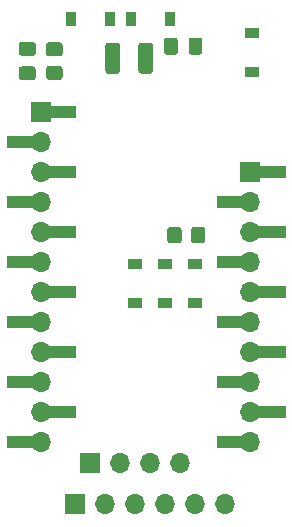
<source format=gbr>
%TF.GenerationSoftware,KiCad,Pcbnew,(5.1.10)-1*%
%TF.CreationDate,2022-01-07T18:41:25+01:00*%
%TF.ProjectId,M5StampC3,4d355374-616d-4704-9333-2e6b69636164,rev?*%
%TF.SameCoordinates,Original*%
%TF.FileFunction,Soldermask,Bot*%
%TF.FilePolarity,Negative*%
%FSLAX46Y46*%
G04 Gerber Fmt 4.6, Leading zero omitted, Abs format (unit mm)*
G04 Created by KiCad (PCBNEW (5.1.10)-1) date 2022-01-07 18:41:25*
%MOMM*%
%LPD*%
G01*
G04 APERTURE LIST*
%ADD10O,1.700000X1.700000*%
%ADD11R,1.700000X1.700000*%
%ADD12R,1.200000X0.900000*%
%ADD13R,2.510000X1.000000*%
%ADD14R,0.900000X1.200000*%
G04 APERTURE END LIST*
D10*
%TO.C,J6*%
X134200000Y-78232000D03*
X134200000Y-75692000D03*
X134200000Y-73152000D03*
X134200000Y-70612000D03*
X134200000Y-68072000D03*
X134200000Y-65532000D03*
X134200000Y-62992000D03*
X134200000Y-60452000D03*
X134200000Y-57912000D03*
D11*
X134200000Y-55372000D03*
%TD*%
D10*
%TO.C,J5*%
X116500000Y-78232000D03*
X116500000Y-75692000D03*
X116500000Y-73152000D03*
X116500000Y-70612000D03*
X116500000Y-68072000D03*
X116500000Y-65532000D03*
X116500000Y-62992000D03*
X116500000Y-60452000D03*
X116500000Y-57912000D03*
X116500000Y-55372000D03*
X116500000Y-52832000D03*
D11*
X116500000Y-50292000D03*
%TD*%
%TO.C,R5*%
G36*
G01*
X129178000Y-61156001D02*
X129178000Y-60255999D01*
G75*
G02*
X129427999Y-60006000I249999J0D01*
G01*
X130128001Y-60006000D01*
G75*
G02*
X130378000Y-60255999I0J-249999D01*
G01*
X130378000Y-61156001D01*
G75*
G02*
X130128001Y-61406000I-249999J0D01*
G01*
X129427999Y-61406000D01*
G75*
G02*
X129178000Y-61156001I0J249999D01*
G01*
G37*
G36*
G01*
X127178000Y-61156001D02*
X127178000Y-60255999D01*
G75*
G02*
X127427999Y-60006000I249999J0D01*
G01*
X128128001Y-60006000D01*
G75*
G02*
X128378000Y-60255999I0J-249999D01*
G01*
X128378000Y-61156001D01*
G75*
G02*
X128128001Y-61406000I-249999J0D01*
G01*
X127427999Y-61406000D01*
G75*
G02*
X127178000Y-61156001I0J249999D01*
G01*
G37*
%TD*%
D12*
%TO.C,D8*%
X124460000Y-66420000D03*
X124460000Y-63120000D03*
%TD*%
%TO.C,D7*%
X127000000Y-66420000D03*
X127000000Y-63120000D03*
%TD*%
%TO.C,D6*%
X129540000Y-66420000D03*
X129540000Y-63120000D03*
%TD*%
D10*
%TO.C,J4*%
X128270000Y-80010000D03*
X125730000Y-80010000D03*
X123190000Y-80010000D03*
D11*
X120650000Y-80010000D03*
%TD*%
D10*
%TO.C,J3*%
X132080000Y-83500000D03*
X129540000Y-83500000D03*
X127000000Y-83500000D03*
X124460000Y-83500000D03*
X121920000Y-83500000D03*
D11*
X119380000Y-83500000D03*
%TD*%
D13*
%TO.C,J2*%
X132635000Y-78232000D03*
X132635000Y-73152000D03*
X132635000Y-68072000D03*
X132635000Y-62992000D03*
X132635000Y-57912000D03*
X135945000Y-75692000D03*
X135945000Y-70612000D03*
X135945000Y-65532000D03*
X135945000Y-60452000D03*
X135945000Y-55372000D03*
%TD*%
%TO.C,J1*%
X114855000Y-78228000D03*
X114855000Y-73148000D03*
X114855000Y-68068000D03*
X114855000Y-62988000D03*
X114855000Y-57908000D03*
X114855000Y-52828000D03*
X118165000Y-75688000D03*
X118165000Y-70608000D03*
X118165000Y-65528000D03*
X118165000Y-60448000D03*
X118165000Y-55368000D03*
X118165000Y-50288000D03*
%TD*%
%TO.C,L1*%
G36*
G01*
X124727000Y-46795000D02*
X124727000Y-44645000D01*
G75*
G02*
X124977000Y-44395000I250000J0D01*
G01*
X125727000Y-44395000D01*
G75*
G02*
X125977000Y-44645000I0J-250000D01*
G01*
X125977000Y-46795000D01*
G75*
G02*
X125727000Y-47045000I-250000J0D01*
G01*
X124977000Y-47045000D01*
G75*
G02*
X124727000Y-46795000I0J250000D01*
G01*
G37*
G36*
G01*
X121927000Y-46795000D02*
X121927000Y-44645000D01*
G75*
G02*
X122177000Y-44395000I250000J0D01*
G01*
X122927000Y-44395000D01*
G75*
G02*
X123177000Y-44645000I0J-250000D01*
G01*
X123177000Y-46795000D01*
G75*
G02*
X122927000Y-47045000I-250000J0D01*
G01*
X122177000Y-47045000D01*
G75*
G02*
X121927000Y-46795000I0J250000D01*
G01*
G37*
%TD*%
%TO.C,R2*%
G36*
G01*
X118052001Y-45574000D02*
X117151999Y-45574000D01*
G75*
G02*
X116902000Y-45324001I0J249999D01*
G01*
X116902000Y-44623999D01*
G75*
G02*
X117151999Y-44374000I249999J0D01*
G01*
X118052001Y-44374000D01*
G75*
G02*
X118302000Y-44623999I0J-249999D01*
G01*
X118302000Y-45324001D01*
G75*
G02*
X118052001Y-45574000I-249999J0D01*
G01*
G37*
G36*
G01*
X118052001Y-47574000D02*
X117151999Y-47574000D01*
G75*
G02*
X116902000Y-47324001I0J249999D01*
G01*
X116902000Y-46623999D01*
G75*
G02*
X117151999Y-46374000I249999J0D01*
G01*
X118052001Y-46374000D01*
G75*
G02*
X118302000Y-46623999I0J-249999D01*
G01*
X118302000Y-47324001D01*
G75*
G02*
X118052001Y-47574000I-249999J0D01*
G01*
G37*
%TD*%
D14*
%TO.C,D1*%
X124080000Y-42418000D03*
X127380000Y-42418000D03*
%TD*%
D12*
%TO.C,D2*%
X134366000Y-46862000D03*
X134366000Y-43562000D03*
%TD*%
D14*
%TO.C,D3*%
X119000000Y-42418000D03*
X122300000Y-42418000D03*
%TD*%
%TO.C,C12*%
G36*
G01*
X128074000Y-44229000D02*
X128074000Y-45179000D01*
G75*
G02*
X127824000Y-45429000I-250000J0D01*
G01*
X127149000Y-45429000D01*
G75*
G02*
X126899000Y-45179000I0J250000D01*
G01*
X126899000Y-44229000D01*
G75*
G02*
X127149000Y-43979000I250000J0D01*
G01*
X127824000Y-43979000D01*
G75*
G02*
X128074000Y-44229000I0J-250000D01*
G01*
G37*
G36*
G01*
X130149000Y-44229000D02*
X130149000Y-45179000D01*
G75*
G02*
X129899000Y-45429000I-250000J0D01*
G01*
X129224000Y-45429000D01*
G75*
G02*
X128974000Y-45179000I0J250000D01*
G01*
X128974000Y-44229000D01*
G75*
G02*
X129224000Y-43979000I250000J0D01*
G01*
X129899000Y-43979000D01*
G75*
G02*
X130149000Y-44229000I0J-250000D01*
G01*
G37*
%TD*%
%TO.C,C10*%
G36*
G01*
X115791000Y-45524000D02*
X114841000Y-45524000D01*
G75*
G02*
X114591000Y-45274000I0J250000D01*
G01*
X114591000Y-44599000D01*
G75*
G02*
X114841000Y-44349000I250000J0D01*
G01*
X115791000Y-44349000D01*
G75*
G02*
X116041000Y-44599000I0J-250000D01*
G01*
X116041000Y-45274000D01*
G75*
G02*
X115791000Y-45524000I-250000J0D01*
G01*
G37*
G36*
G01*
X115791000Y-47599000D02*
X114841000Y-47599000D01*
G75*
G02*
X114591000Y-47349000I0J250000D01*
G01*
X114591000Y-46674000D01*
G75*
G02*
X114841000Y-46424000I250000J0D01*
G01*
X115791000Y-46424000D01*
G75*
G02*
X116041000Y-46674000I0J-250000D01*
G01*
X116041000Y-47349000D01*
G75*
G02*
X115791000Y-47599000I-250000J0D01*
G01*
G37*
%TD*%
M02*

</source>
